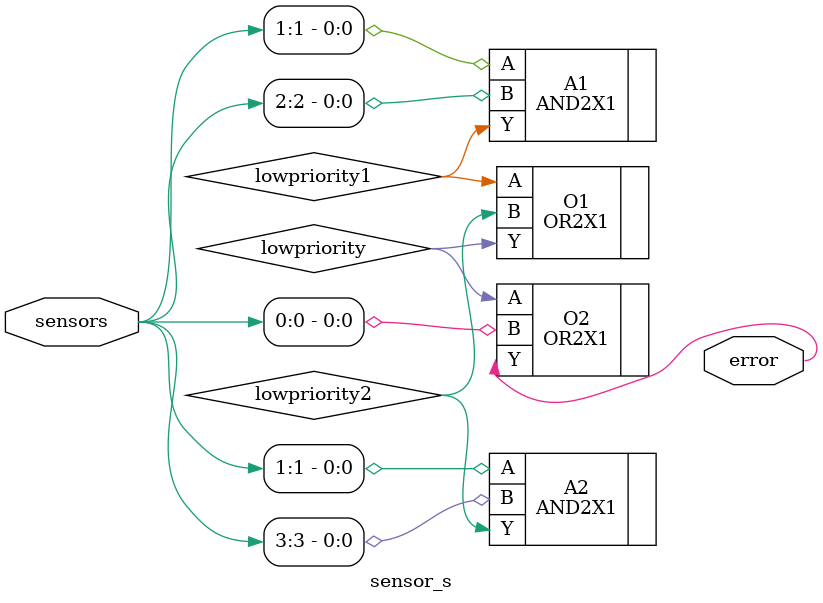
<source format=sv>

module sensor_s
(
	input wire [3:0] sensors,
	output wire error
);
	wire lowpriority1;
	wire lowpriority2;
	wire lowpriority;

	AND2X1 A1 (.Y(lowpriority1),.A(sensors[1]),.B(sensors[2]));
	AND2X1 A2 (.Y(lowpriority2),.A(sensors[1]),.B(sensors[3]));
	OR2X1 O1 (.Y(lowpriority),.A(lowpriority1),.B(lowpriority2));
	OR2X1 O2 (.Y(error),.A(lowpriority),.B(sensors[0]));
		   
endmodule	
	



</source>
